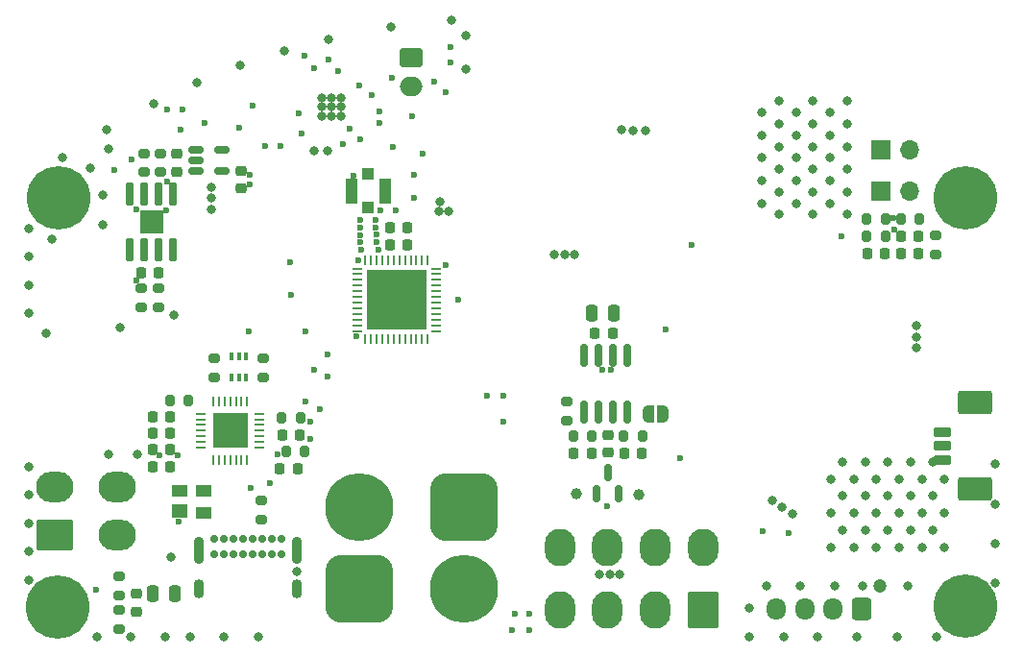
<source format=gbr>
%TF.GenerationSoftware,KiCad,Pcbnew,(6.0.1-0)*%
%TF.CreationDate,2022-08-02T01:26:45+01:00*%
%TF.ProjectId,powerboard_sc21_as25,706f7765-7262-46f6-9172-645f73633231,rev?*%
%TF.SameCoordinates,Original*%
%TF.FileFunction,Soldermask,Bot*%
%TF.FilePolarity,Negative*%
%FSLAX46Y46*%
G04 Gerber Fmt 4.6, Leading zero omitted, Abs format (unit mm)*
G04 Created by KiCad (PCBNEW (6.0.1-0)) date 2022-08-02 01:26:45*
%MOMM*%
%LPD*%
G01*
G04 APERTURE LIST*
G04 Aperture macros list*
%AMRoundRect*
0 Rectangle with rounded corners*
0 $1 Rounding radius*
0 $2 $3 $4 $5 $6 $7 $8 $9 X,Y pos of 4 corners*
0 Add a 4 corners polygon primitive as box body*
4,1,4,$2,$3,$4,$5,$6,$7,$8,$9,$2,$3,0*
0 Add four circle primitives for the rounded corners*
1,1,$1+$1,$2,$3*
1,1,$1+$1,$4,$5*
1,1,$1+$1,$6,$7*
1,1,$1+$1,$8,$9*
0 Add four rect primitives between the rounded corners*
20,1,$1+$1,$2,$3,$4,$5,0*
20,1,$1+$1,$4,$5,$6,$7,0*
20,1,$1+$1,$6,$7,$8,$9,0*
20,1,$1+$1,$8,$9,$2,$3,0*%
%AMFreePoly0*
4,1,22,0.500000,-0.750000,0.000000,-0.750000,0.000000,-0.745033,-0.079941,-0.743568,-0.215256,-0.701293,-0.333266,-0.622738,-0.424486,-0.514219,-0.481581,-0.384460,-0.499164,-0.250000,-0.500000,-0.250000,-0.500000,0.250000,-0.499164,0.250000,-0.499963,0.256109,-0.478152,0.396186,-0.417904,0.524511,-0.324060,0.630769,-0.204165,0.706417,-0.067858,0.745374,0.000000,0.744959,0.000000,0.750000,
0.500000,0.750000,0.500000,-0.750000,0.500000,-0.750000,$1*%
%AMFreePoly1*
4,1,20,0.000000,0.744959,0.073905,0.744508,0.209726,0.703889,0.328688,0.626782,0.421226,0.519385,0.479903,0.390333,0.500000,0.250000,0.500000,-0.250000,0.499851,-0.262216,0.476331,-0.402017,0.414519,-0.529596,0.319384,-0.634700,0.198574,-0.708877,0.061801,-0.746166,0.000000,-0.745033,0.000000,-0.750000,-0.500000,-0.750000,-0.500000,0.750000,0.000000,0.750000,0.000000,0.744959,
0.000000,0.744959,$1*%
G04 Aperture macros list end*
%ADD10RoundRect,1.500000X-1.500000X1.500000X-1.500000X-1.500000X1.500000X-1.500000X1.500000X1.500000X0*%
%ADD11C,6.000000*%
%ADD12RoundRect,0.250001X1.399999X-1.099999X1.399999X1.099999X-1.399999X1.099999X-1.399999X-1.099999X0*%
%ADD13O,3.300000X2.700000*%
%ADD14RoundRect,0.250001X1.099999X1.399999X-1.099999X1.399999X-1.099999X-1.399999X1.099999X-1.399999X0*%
%ADD15O,2.700000X3.300000*%
%ADD16C,5.600000*%
%ADD17R,1.700000X1.700000*%
%ADD18O,1.700000X1.700000*%
%ADD19C,1.200000*%
%ADD20RoundRect,0.250000X0.600000X0.725000X-0.600000X0.725000X-0.600000X-0.725000X0.600000X-0.725000X0*%
%ADD21O,1.700000X1.950000*%
%ADD22RoundRect,1.500000X1.500000X-1.500000X1.500000X1.500000X-1.500000X1.500000X-1.500000X-1.500000X0*%
%ADD23RoundRect,0.150000X-0.150000X0.825000X-0.150000X-0.825000X0.150000X-0.825000X0.150000X0.825000X0*%
%ADD24RoundRect,0.225000X0.250000X-0.225000X0.250000X0.225000X-0.250000X0.225000X-0.250000X-0.225000X0*%
%ADD25RoundRect,0.200000X-0.200000X-0.275000X0.200000X-0.275000X0.200000X0.275000X-0.200000X0.275000X0*%
%ADD26RoundRect,0.225000X0.225000X0.250000X-0.225000X0.250000X-0.225000X-0.250000X0.225000X-0.250000X0*%
%ADD27RoundRect,0.225000X-0.225000X-0.250000X0.225000X-0.250000X0.225000X0.250000X-0.225000X0.250000X0*%
%ADD28RoundRect,0.200000X-0.275000X0.200000X-0.275000X-0.200000X0.275000X-0.200000X0.275000X0.200000X0*%
%ADD29C,1.000000*%
%ADD30RoundRect,0.225000X-0.250000X0.225000X-0.250000X-0.225000X0.250000X-0.225000X0.250000X0.225000X0*%
%ADD31RoundRect,0.200000X0.200000X0.275000X-0.200000X0.275000X-0.200000X-0.275000X0.200000X-0.275000X0*%
%ADD32R,1.000000X1.000000*%
%ADD33R,1.050000X2.200000*%
%ADD34RoundRect,0.200000X0.275000X-0.200000X0.275000X0.200000X-0.275000X0.200000X-0.275000X-0.200000X0*%
%ADD35RoundRect,0.150000X0.150000X-0.587500X0.150000X0.587500X-0.150000X0.587500X-0.150000X-0.587500X0*%
%ADD36RoundRect,0.250000X-0.750000X0.600000X-0.750000X-0.600000X0.750000X-0.600000X0.750000X0.600000X0*%
%ADD37O,2.000000X1.700000*%
%ADD38R,0.400000X0.650000*%
%ADD39RoundRect,0.250000X-0.250000X-0.475000X0.250000X-0.475000X0.250000X0.475000X-0.250000X0.475000X0*%
%ADD40RoundRect,0.062500X-0.062500X0.337500X-0.062500X-0.337500X0.062500X-0.337500X0.062500X0.337500X0*%
%ADD41RoundRect,0.062500X-0.337500X0.062500X-0.337500X-0.062500X0.337500X-0.062500X0.337500X0.062500X0*%
%ADD42R,5.300000X5.300000*%
%ADD43RoundRect,0.218750X-0.218750X-0.256250X0.218750X-0.256250X0.218750X0.256250X-0.218750X0.256250X0*%
%ADD44RoundRect,0.200000X-0.600000X0.200000X-0.600000X-0.200000X0.600000X-0.200000X0.600000X0.200000X0*%
%ADD45RoundRect,0.250001X-1.249999X0.799999X-1.249999X-0.799999X1.249999X-0.799999X1.249999X0.799999X0*%
%ADD46RoundRect,0.250000X0.250000X0.475000X-0.250000X0.475000X-0.250000X-0.475000X0.250000X-0.475000X0*%
%ADD47R,1.400000X1.200000*%
%ADD48R,1.400000X1.000000*%
%ADD49FreePoly0,0.000000*%
%ADD50FreePoly1,0.000000*%
%ADD51RoundRect,0.150000X-0.512500X-0.150000X0.512500X-0.150000X0.512500X0.150000X-0.512500X0.150000X0*%
%ADD52R,0.254000X0.900000*%
%ADD53R,0.900000X0.254000*%
%ADD54R,3.100000X3.100000*%
%ADD55C,0.700000*%
%ADD56O,0.900000X2.400000*%
%ADD57O,0.900000X1.700000*%
%ADD58RoundRect,0.042000X0.258000X-0.943000X0.258000X0.943000X-0.258000X0.943000X-0.258000X-0.943000X0*%
%ADD59R,2.150000X2.150000*%
%ADD60C,0.800000*%
%ADD61C,0.600000*%
G04 APERTURE END LIST*
D10*
%TO.C,J6*%
X87850000Y-71100000D03*
D11*
X87850000Y-78300000D03*
%TD*%
D12*
%TO.C,J5*%
X51750000Y-73525000D03*
D13*
X51750000Y-69325000D03*
X57250000Y-73525000D03*
X57250000Y-69325000D03*
%TD*%
D14*
%TO.C,J4*%
X108900000Y-80160000D03*
D15*
X104700000Y-80160000D03*
X100500000Y-80160000D03*
X96300000Y-80160000D03*
X108900000Y-74660000D03*
X104700000Y-74660000D03*
X100500000Y-74660000D03*
X96300000Y-74660000D03*
%TD*%
D16*
%TO.C,H3*%
X52000000Y-79850000D03*
%TD*%
%TO.C,H4*%
X132075000Y-43800000D03*
%TD*%
D17*
%TO.C,J2*%
X124575000Y-43250000D03*
D18*
X127115000Y-43250000D03*
%TD*%
D19*
%TO.C,J10*%
X124490000Y-78025000D03*
D20*
X122890000Y-80025000D03*
D21*
X120390000Y-80025000D03*
X117890000Y-80025000D03*
X115390000Y-80025000D03*
%TD*%
D16*
%TO.C,H2*%
X132000000Y-79800000D03*
%TD*%
D17*
%TO.C,J3*%
X124575000Y-39600000D03*
D18*
X127115000Y-39600000D03*
%TD*%
D16*
%TO.C,H1*%
X52075000Y-43850000D03*
%TD*%
D22*
%TO.C,J7*%
X78600000Y-78300000D03*
D11*
X78600000Y-71100000D03*
%TD*%
D23*
%TO.C,U2*%
X98460000Y-57730449D03*
X99730000Y-57730449D03*
X101000000Y-57730449D03*
X102270000Y-57730449D03*
X102270000Y-62680449D03*
X101000000Y-62680449D03*
X99730000Y-62680449D03*
X98460000Y-62680449D03*
%TD*%
D24*
%TO.C,C57*%
X62550000Y-41495000D03*
X62550000Y-39945000D03*
%TD*%
D25*
%TO.C,R40*%
X61925000Y-61650000D03*
X63575000Y-61650000D03*
%TD*%
D26*
%TO.C,C18*%
X124925000Y-48700000D03*
X123375000Y-48700000D03*
%TD*%
D27*
%TO.C,C52*%
X60375000Y-66030000D03*
X61925000Y-66030000D03*
%TD*%
%TO.C,C28*%
X101960000Y-66335449D03*
X103510000Y-66335449D03*
%TD*%
%TO.C,C24*%
X81325000Y-47950000D03*
X82875000Y-47950000D03*
%TD*%
D26*
%TO.C,C51*%
X61925000Y-63100000D03*
X60375000Y-63100000D03*
%TD*%
D28*
%TO.C,R38*%
X60900000Y-51805000D03*
X60900000Y-53455000D03*
%TD*%
D29*
%TO.C,TP14*%
X103215000Y-69950449D03*
%TD*%
D30*
%TO.C,C31*%
X58930000Y-78725000D03*
X58930000Y-80275000D03*
%TD*%
D31*
%TO.C,R21*%
X73825000Y-66200000D03*
X72175000Y-66200000D03*
%TD*%
%TO.C,R8*%
X124975000Y-47200000D03*
X123325000Y-47200000D03*
%TD*%
D32*
%TO.C,J9*%
X79400000Y-44700000D03*
D33*
X77925000Y-43200000D03*
D32*
X79400000Y-41700000D03*
D33*
X80875000Y-43200000D03*
%TD*%
D27*
%TO.C,C22*%
X81325000Y-46450000D03*
X82875000Y-46450000D03*
%TD*%
D34*
%TO.C,R13*%
X65850000Y-59625000D03*
X65850000Y-57975000D03*
%TD*%
D35*
%TO.C,D4*%
X101455000Y-69932949D03*
X99555000Y-69932949D03*
X100505000Y-68057949D03*
%TD*%
D36*
%TO.C,J1*%
X83200000Y-31500000D03*
D37*
X83200000Y-34000000D03*
%TD*%
D38*
%TO.C,Q6*%
X67350000Y-57750000D03*
X68000000Y-57750000D03*
X68650000Y-57750000D03*
X68650000Y-59650000D03*
X68000000Y-59650000D03*
X67350000Y-59650000D03*
%TD*%
D34*
%TO.C,R43*%
X59610000Y-41555000D03*
X59610000Y-39905000D03*
%TD*%
D39*
%TO.C,C32*%
X60450000Y-78700000D03*
X62350000Y-78700000D03*
%TD*%
D30*
%TO.C,C58*%
X68200000Y-41425000D03*
X68200000Y-42975000D03*
%TD*%
D27*
%TO.C,C54*%
X59375000Y-50390000D03*
X60925000Y-50390000D03*
%TD*%
D28*
%TO.C,R30*%
X57460000Y-77185000D03*
X57460000Y-78835000D03*
%TD*%
D30*
%TO.C,C26*%
X100515000Y-64725000D03*
X100515000Y-66275000D03*
%TD*%
D25*
%TO.C,R26*%
X97479725Y-64844995D03*
X99129725Y-64844995D03*
%TD*%
D40*
%TO.C,U3*%
X79150000Y-49350000D03*
X79650000Y-49350000D03*
X80150000Y-49350000D03*
X80650000Y-49350000D03*
X81150000Y-49350000D03*
X81650000Y-49350000D03*
X82150000Y-49350000D03*
X82650000Y-49350000D03*
X83150000Y-49350000D03*
X83650000Y-49350000D03*
X84150000Y-49350000D03*
X84650000Y-49350000D03*
D41*
X85350000Y-50050000D03*
X85350000Y-50550000D03*
X85350000Y-51050000D03*
X85350000Y-51550000D03*
X85350000Y-52050000D03*
X85350000Y-52550000D03*
X85350000Y-53050000D03*
X85350000Y-53550000D03*
X85350000Y-54050000D03*
X85350000Y-54550000D03*
X85350000Y-55050000D03*
X85350000Y-55550000D03*
D40*
X84650000Y-56250000D03*
X84150000Y-56250000D03*
X83650000Y-56250000D03*
X83150000Y-56250000D03*
X82650000Y-56250000D03*
X82150000Y-56250000D03*
X81650000Y-56250000D03*
X81150000Y-56250000D03*
X80650000Y-56250000D03*
X80150000Y-56250000D03*
X79650000Y-56250000D03*
X79150000Y-56250000D03*
D41*
X78450000Y-55550000D03*
X78450000Y-55050000D03*
X78450000Y-54550000D03*
X78450000Y-54050000D03*
X78450000Y-53550000D03*
X78450000Y-53050000D03*
X78450000Y-52550000D03*
X78450000Y-52050000D03*
X78450000Y-51550000D03*
X78450000Y-51050000D03*
X78450000Y-50550000D03*
X78450000Y-50050000D03*
D42*
X81900000Y-52800000D03*
%TD*%
D26*
%TO.C,C27*%
X99074551Y-66335000D03*
X97524551Y-66335000D03*
%TD*%
D28*
%TO.C,R12*%
X70150000Y-57975000D03*
X70150000Y-59625000D03*
%TD*%
D43*
%TO.C,D3*%
X71612500Y-67700000D03*
X73187500Y-67700000D03*
%TD*%
D34*
%TO.C,R6*%
X129400000Y-48775000D03*
X129400000Y-47125000D03*
%TD*%
%TO.C,R24*%
X96900000Y-63425000D03*
X96900000Y-61775000D03*
%TD*%
D43*
%TO.C,D2*%
X71812500Y-64700000D03*
X73387500Y-64700000D03*
%TD*%
D27*
%TO.C,C17*%
X126375000Y-48700000D03*
X127925000Y-48700000D03*
%TD*%
D44*
%TO.C,J11*%
X130020000Y-64440000D03*
X130020000Y-65690000D03*
X130020000Y-66940000D03*
D45*
X132920000Y-69490000D03*
X132920000Y-61890000D03*
%TD*%
D46*
%TO.C,C25*%
X101009551Y-54000000D03*
X99109551Y-54000000D03*
%TD*%
D31*
%TO.C,R11*%
X124975000Y-45700000D03*
X123325000Y-45700000D03*
%TD*%
D47*
%TO.C,D8*%
X62740000Y-71380000D03*
D48*
X62740000Y-69660000D03*
X64940000Y-69660000D03*
X64940000Y-71560000D03*
%TD*%
D49*
%TO.C,JP1*%
X104079551Y-62855000D03*
D50*
X105379551Y-62855000D03*
%TD*%
D26*
%TO.C,C50*%
X61925000Y-64570000D03*
X60375000Y-64570000D03*
%TD*%
D28*
%TO.C,R31*%
X57460000Y-80155000D03*
X57460000Y-81805000D03*
%TD*%
D51*
%TO.C,U11*%
X64262500Y-41450000D03*
X64262500Y-40500000D03*
X64262500Y-39550000D03*
X66537500Y-39550000D03*
X66537500Y-41450000D03*
%TD*%
D28*
%TO.C,R35*%
X69990000Y-70495000D03*
X69990000Y-72145000D03*
%TD*%
D29*
%TO.C,TP15*%
X97767770Y-69924309D03*
%TD*%
D52*
%TO.C,IC2*%
X68740000Y-66933250D03*
X68240000Y-66933250D03*
X67740000Y-66933250D03*
X67240000Y-66933250D03*
X66740000Y-66933250D03*
X66240000Y-66933250D03*
X65740000Y-66933250D03*
D53*
X64650000Y-65843250D03*
X64650000Y-65343250D03*
X64650000Y-64843250D03*
X64650000Y-64343250D03*
X64650000Y-63843250D03*
X64650000Y-63343250D03*
X64650000Y-62843250D03*
D52*
X65740000Y-61753250D03*
X66240000Y-61753250D03*
X66740000Y-61753250D03*
X67240000Y-61753250D03*
X67740000Y-61753250D03*
X68240000Y-61753250D03*
X68740000Y-61753250D03*
D53*
X69830000Y-62843250D03*
X69830000Y-63343250D03*
X69830000Y-63843250D03*
X69830000Y-64343250D03*
X69830000Y-64843250D03*
X69830000Y-65343250D03*
X69830000Y-65843250D03*
D54*
X67240000Y-64343250D03*
%TD*%
D28*
%TO.C,R39*%
X59400000Y-51805000D03*
X59400000Y-53455000D03*
%TD*%
D26*
%TO.C,C23*%
X100934551Y-55750000D03*
X99384551Y-55750000D03*
%TD*%
D55*
%TO.C,J8*%
X71745000Y-73885000D03*
X70895000Y-73885000D03*
X70045000Y-73885000D03*
X69195000Y-73885000D03*
X68345000Y-73885000D03*
X67495000Y-73885000D03*
X66645000Y-73885000D03*
X65795000Y-73885000D03*
X65795000Y-75235000D03*
X66645000Y-75235000D03*
X67495000Y-75235000D03*
X68345000Y-75235000D03*
X69195000Y-75235000D03*
X70045000Y-75235000D03*
X70895000Y-75235000D03*
X71745000Y-75235000D03*
D56*
X73095000Y-74865000D03*
X64445000Y-74865000D03*
D57*
X73095000Y-78245000D03*
X64445000Y-78245000D03*
%TD*%
D31*
%TO.C,R19*%
X73425000Y-63200000D03*
X71775000Y-63200000D03*
%TD*%
D27*
%TO.C,C2*%
X126375000Y-47200000D03*
X127925000Y-47200000D03*
%TD*%
D58*
%TO.C,U4*%
X62205000Y-48400000D03*
X60935000Y-48400000D03*
X59665000Y-48400000D03*
X58395000Y-48400000D03*
X58395000Y-43460000D03*
X59665000Y-43460000D03*
X60935000Y-43460000D03*
X62205000Y-43460000D03*
D59*
X60300000Y-45930000D03*
%TD*%
D25*
%TO.C,R4*%
X126325000Y-45700000D03*
X127975000Y-45700000D03*
%TD*%
D27*
%TO.C,C53*%
X60375000Y-67500000D03*
X61925000Y-67500000D03*
%TD*%
D28*
%TO.C,R42*%
X61070000Y-39905000D03*
X61070000Y-41555000D03*
%TD*%
D25*
%TO.C,R27*%
X101910000Y-64850449D03*
X103560000Y-64850449D03*
%TD*%
D60*
X58500000Y-82500000D03*
X74649500Y-39700000D03*
X117100000Y-44300000D03*
X134700000Y-67300000D03*
X49500000Y-72500000D03*
D61*
X80324980Y-48372129D03*
D60*
X120200000Y-71600000D03*
X117500000Y-78000000D03*
D61*
X70749501Y-68978269D03*
D60*
X121600000Y-35300000D03*
X127200000Y-70100000D03*
X126200000Y-74600000D03*
X126000000Y-82500000D03*
X122200000Y-74600000D03*
X120100000Y-36300000D03*
X118600000Y-35300000D03*
X61500000Y-82500000D03*
X120200000Y-74600000D03*
X75340000Y-34990000D03*
D61*
X61600000Y-44900000D03*
D60*
X121600000Y-39300000D03*
X49500000Y-46500000D03*
X134700000Y-70800000D03*
D61*
X83437701Y-41762299D03*
X59000000Y-51100000D03*
D60*
X117100000Y-36300000D03*
X76150000Y-34990000D03*
D61*
X78728000Y-46450000D03*
D60*
X122200000Y-71600000D03*
X118600000Y-45300000D03*
X118600000Y-41300000D03*
X125200000Y-67100000D03*
D61*
X58550000Y-40400000D03*
D60*
X75325000Y-36625000D03*
X116000000Y-82500000D03*
X88000000Y-29500000D03*
X76970000Y-36620000D03*
X49500000Y-70000000D03*
X126200000Y-68600000D03*
X114100000Y-42300000D03*
X127200000Y-67100000D03*
X120100000Y-44300000D03*
X76970000Y-34990000D03*
X115600000Y-41300000D03*
X129500000Y-82500000D03*
X115600000Y-39300000D03*
X128200000Y-71600000D03*
X123000000Y-78000000D03*
X134700000Y-74300000D03*
X121200000Y-70100000D03*
X76980000Y-35810000D03*
X115600000Y-37300000D03*
D61*
X80072000Y-45784588D03*
D60*
X49500000Y-75000000D03*
X118600000Y-39300000D03*
X49500000Y-67500000D03*
X129200000Y-73100000D03*
X49500000Y-77500000D03*
X113000000Y-80000000D03*
X127000000Y-78000000D03*
X52450000Y-40280000D03*
X49500000Y-49000000D03*
X115600000Y-43300000D03*
D61*
X81850980Y-44954361D03*
D60*
X123200000Y-67100000D03*
D61*
X80076793Y-46419012D03*
D60*
X120500000Y-78000000D03*
X129200000Y-70100000D03*
X63690000Y-82510000D03*
X121200000Y-67100000D03*
X130200000Y-68600000D03*
X125200000Y-73100000D03*
D61*
X62676405Y-72370102D03*
D60*
X68090000Y-32170000D03*
X86725000Y-28125000D03*
X72050000Y-30850000D03*
X69690000Y-82510000D03*
X121600000Y-41300000D03*
X114100000Y-44300000D03*
X125200000Y-70100000D03*
D61*
X91350000Y-61300000D03*
D60*
X88010000Y-32500000D03*
X130200000Y-74600000D03*
X122200000Y-68600000D03*
D61*
X100500000Y-71000000D03*
D60*
X124200000Y-68600000D03*
X120100000Y-42300000D03*
X115600000Y-45300000D03*
X129200000Y-67100000D03*
X60490000Y-35490000D03*
X114500000Y-78000000D03*
X121600000Y-43300000D03*
D61*
X78728000Y-45800000D03*
D60*
X75850000Y-39700000D03*
X117100000Y-40300000D03*
D61*
X81600000Y-39300000D03*
X68950000Y-42599503D03*
D60*
X118600000Y-37300000D03*
X128200000Y-68600000D03*
X115600000Y-35300000D03*
D61*
X114200000Y-73200000D03*
D60*
X124200000Y-71600000D03*
X54910000Y-41200000D03*
X66690000Y-82510000D03*
X119000000Y-82500000D03*
X76160000Y-36620000D03*
X123200000Y-70100000D03*
X121600000Y-45300000D03*
X127200000Y-73100000D03*
D61*
X78810054Y-48371789D03*
D60*
X117100000Y-38300000D03*
X123200000Y-73100000D03*
D61*
X100000000Y-59000000D03*
D60*
X56330000Y-37810000D03*
X73090000Y-76770000D03*
X130200000Y-71600000D03*
D61*
X61010023Y-66500980D03*
D60*
X51500000Y-47500000D03*
D61*
X80100000Y-47050000D03*
D60*
X134700000Y-77800000D03*
X120100000Y-40300000D03*
X126200000Y-71600000D03*
X62000000Y-75500000D03*
X121600000Y-37300000D03*
X120200000Y-68600000D03*
D61*
X58977376Y-44836593D03*
X68000000Y-37600000D03*
X81500000Y-33200000D03*
D60*
X114100000Y-38300000D03*
X49500000Y-54000000D03*
X124200000Y-74600000D03*
D61*
X125806043Y-46623197D03*
D60*
X121200000Y-73100000D03*
X122500000Y-82500000D03*
X114100000Y-36300000D03*
X49500000Y-51500000D03*
D61*
X61716646Y-42347604D03*
X78728000Y-47100000D03*
D60*
X55500000Y-82500000D03*
X120100000Y-38300000D03*
X75350000Y-35810000D03*
D61*
X78101608Y-41853786D03*
D60*
X56500000Y-39500000D03*
X117100000Y-42300000D03*
X64285410Y-33689992D03*
D61*
X78728000Y-47750000D03*
D60*
X55990000Y-46160000D03*
X75925000Y-29825000D03*
X118600000Y-43300000D03*
X51000000Y-55750000D03*
D61*
X80100000Y-47700000D03*
D60*
X128200000Y-74600000D03*
X81400000Y-28750000D03*
X114100000Y-40300000D03*
X56050000Y-43530000D03*
X113000000Y-82500000D03*
X76160000Y-35810000D03*
D61*
X73900511Y-61807928D03*
X86690000Y-31870000D03*
X73839502Y-55550000D03*
X86210000Y-34530000D03*
X61700000Y-36000000D03*
X79700000Y-34800000D03*
X74600000Y-32357013D03*
X70310847Y-39245909D03*
X73541589Y-38134020D03*
X71711412Y-39211411D03*
X77144172Y-39108006D03*
X57012299Y-41372299D03*
X77800000Y-37700000D03*
D60*
X59050000Y-66449502D03*
X62300000Y-54154500D03*
X57550000Y-55250000D03*
X56500000Y-66449502D03*
D61*
X84200000Y-39900000D03*
X86275738Y-49705919D03*
X55410000Y-78390000D03*
D60*
X85689746Y-44195878D03*
X85675000Y-45025000D03*
X100700000Y-77000000D03*
X115000000Y-70449989D03*
X101600000Y-77000000D03*
D61*
X87309502Y-52800000D03*
X78515270Y-49309385D03*
X68950000Y-41800000D03*
X71400000Y-66400000D03*
X100800000Y-59000000D03*
X80468026Y-44959030D03*
D60*
X86489976Y-45012359D03*
X115900000Y-71100000D03*
X99800000Y-77000000D03*
X116800000Y-71700000D03*
D61*
X62650000Y-66500980D03*
X125650000Y-45600000D03*
X78400000Y-56000000D03*
D60*
X97600000Y-48800000D03*
X96700000Y-48800000D03*
X102760000Y-37860000D03*
X95800000Y-48800000D03*
X127750000Y-55100000D03*
X101750000Y-37850000D03*
X127750000Y-57050000D03*
X103810000Y-37860000D03*
X127740000Y-56100000D03*
D61*
X72500000Y-49500000D03*
X86640000Y-30520000D03*
X107900000Y-48000000D03*
X121100000Y-47200000D03*
X68900000Y-55600000D03*
X85200000Y-33550000D03*
D60*
X65600000Y-42850000D03*
X65600000Y-44850000D03*
X65600000Y-43850000D03*
D61*
X89900000Y-61300000D03*
X83406439Y-43790820D03*
X116448755Y-73362685D03*
X76710020Y-32648946D03*
X75900000Y-31621594D03*
X78650000Y-33950000D03*
X75850000Y-57650000D03*
X74324539Y-63550000D03*
X74309561Y-65101981D03*
X75848031Y-59575388D03*
X73290817Y-36400500D03*
X65000000Y-37200000D03*
X78675500Y-38650000D03*
X83250000Y-36600000D03*
X69200000Y-35659500D03*
X62900000Y-37800000D03*
X69050000Y-69400000D03*
X75132891Y-62417109D03*
X74649020Y-58950000D03*
X80400000Y-36200000D03*
X73764380Y-31258023D03*
X63000000Y-36000000D03*
X92100000Y-81900000D03*
X93596265Y-81910043D03*
X93600000Y-80500000D03*
X92300000Y-80500000D03*
X72563060Y-52348600D03*
X80400000Y-37200000D03*
X106900000Y-66800000D03*
X105600000Y-55400000D03*
X91350000Y-63550000D03*
M02*

</source>
